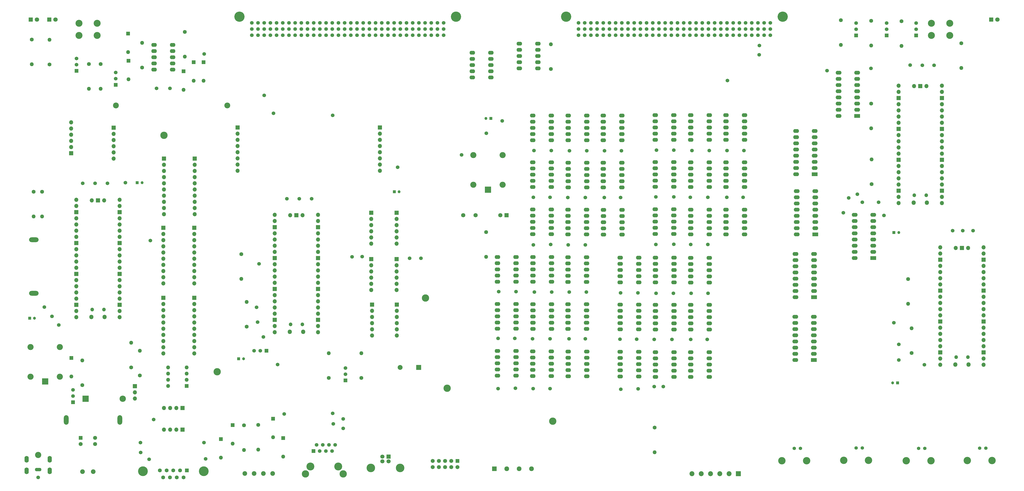
<source format=gbs>
%TF.GenerationSoftware,KiCad,Pcbnew,7.0.5*%
%TF.CreationDate,2024-12-02T15:45:01-05:00*%
%TF.ProjectId,Interconnect,496e7465-7263-46f6-9e6e-6563742e6b69,1.1*%
%TF.SameCoordinates,Original*%
%TF.FileFunction,Soldermask,Bot*%
%TF.FilePolarity,Negative*%
%FSLAX46Y46*%
G04 Gerber Fmt 4.6, Leading zero omitted, Abs format (unit mm)*
G04 Created by KiCad (PCBNEW 7.0.5) date 2024-12-02 15:45:01*
%MOMM*%
%LPD*%
G01*
G04 APERTURE LIST*
%ADD10R,1.500000X1.500000*%
%ADD11C,1.500000*%
%ADD12R,1.650000X1.650000*%
%ADD13C,1.650000*%
%ADD14C,2.400000*%
%ADD15O,2.400000X2.400000*%
%ADD16R,2.400000X1.600000*%
%ADD17O,2.400000X1.600000*%
%ADD18C,1.600000*%
%ADD19O,1.600000X1.600000*%
%ADD20O,2.300000X1.600000*%
%ADD21R,1.700000X1.700000*%
%ADD22O,1.700000X1.700000*%
%ADD23R,2.025000X2.025000*%
%ADD24C,2.025000*%
%ADD25R,1.600000X1.600000*%
%ADD26C,3.000000*%
%ADD27R,1.200000X1.200000*%
%ADD28C,1.200000*%
%ADD29C,4.200000*%
%ADD30C,3.250000*%
%ADD31R,2.500000X2.500000*%
%ADD32O,2.500000X2.500000*%
%ADD33C,4.000000*%
%ADD34O,1.800000X1.800000*%
%ADD35O,1.500000X1.500000*%
%ADD36C,1.905000*%
%ADD37C,1.700000*%
%ADD38C,3.500000*%
%ADD39O,3.900000X1.950000*%
%ADD40C,1.398000*%
%ADD41C,3.015000*%
%ADD42R,1.800000X1.800000*%
%ADD43C,1.800000*%
%ADD44R,2.600000X2.600000*%
%ADD45O,2.600000X2.600000*%
%ADD46C,1.900000*%
%ADD47C,2.850000*%
%ADD48C,2.550000*%
%ADD49O,2.700002X1.400000*%
%ADD50O,1.750000X2.750000*%
%ADD51R,1.950000X1.950000*%
%ADD52C,1.950000*%
%ADD53R,1.725000X1.725000*%
%ADD54C,1.725000*%
%ADD55O,1.950000X3.900000*%
%ADD56R,2.000000X2.000000*%
%ADD57C,2.000000*%
G04 APERTURE END LIST*
D10*
%TO.C,Q1*%
X35407600Y-47828200D03*
D11*
X35407600Y-45288200D03*
X35407600Y-42748200D03*
%TD*%
D10*
%TO.C,Q24*%
X368025000Y-33274000D03*
D11*
X368025000Y-30734000D03*
X368025000Y-28194000D03*
%TD*%
D10*
%TO.C,Q22*%
X380085600Y-33274000D03*
D11*
X380085600Y-30734000D03*
X380085600Y-28194000D03*
%TD*%
D10*
%TO.C,Q19*%
X355473000Y-33274000D03*
D11*
X355473000Y-30734000D03*
X355473000Y-28194000D03*
%TD*%
D10*
%TO.C,Q5*%
X34010600Y-184099200D03*
D11*
X34010600Y-181559200D03*
X34010600Y-179019200D03*
%TD*%
D10*
%TO.C,Q3*%
X51562000Y-53594000D03*
D11*
X51562000Y-51054000D03*
X51562000Y-48514000D03*
%TD*%
D10*
%TO.C,U5*%
X113411000Y-162943135D03*
D11*
X110871000Y-162943135D03*
X108331000Y-162943135D03*
%TD*%
D10*
%TO.C,Q2*%
X145872200Y-175133000D03*
D11*
X145872200Y-172593000D03*
X145872200Y-170053000D03*
%TD*%
D12*
%TO.C,J26*%
X191830000Y-208197500D03*
D13*
X191830000Y-210737500D03*
X189290000Y-208197500D03*
X189290000Y-210737500D03*
X186750000Y-208197500D03*
X186750000Y-210737500D03*
X184210000Y-208197500D03*
X184210000Y-210737500D03*
X181670000Y-208197500D03*
X181670000Y-210737500D03*
%TD*%
D11*
%TO.C,TP41*%
X383519200Y-168656000D03*
%TD*%
D14*
%TO.C,R29*%
X51580000Y-62120000D03*
D15*
X97300000Y-62120000D03*
%TD*%
D11*
%TO.C,TP28*%
X109743744Y-151161879D03*
%TD*%
D16*
%TO.C,U14*%
X355869000Y-66408135D03*
D17*
X355869000Y-63868135D03*
X355869000Y-61328135D03*
X355869000Y-58788135D03*
X355869000Y-56248135D03*
X355869000Y-53708135D03*
X355869000Y-51168135D03*
X355869000Y-48628135D03*
X348249000Y-48628135D03*
X348249000Y-51168135D03*
X348249000Y-53708135D03*
X348249000Y-56248135D03*
X348249000Y-58788135D03*
X348249000Y-61328135D03*
X348249000Y-63868135D03*
X348249000Y-66408135D03*
%TD*%
D18*
%TO.C,R35*%
X374142000Y-27434135D03*
D19*
X374142000Y-37594135D03*
%TD*%
D20*
%TO.C,K25*%
X230378000Y-95644895D03*
X230378000Y-93104895D03*
X230378000Y-90564895D03*
X230378000Y-88024895D03*
X230378000Y-85484895D03*
X222758000Y-85484895D03*
X222758000Y-88024895D03*
X222758000Y-90564895D03*
X222758000Y-93104895D03*
X222758000Y-95644895D03*
%TD*%
%TO.C,K38*%
X280693300Y-173649895D03*
X280693300Y-171109895D03*
X280693300Y-168569895D03*
X280693300Y-166029895D03*
X280693300Y-163489895D03*
X273073300Y-163489895D03*
X273073300Y-166029895D03*
X273073300Y-168569895D03*
X273073300Y-171109895D03*
X273073300Y-173649895D03*
%TD*%
D21*
%TO.C,J31*%
X50673000Y-71249135D03*
D22*
X50673000Y-73789135D03*
X50673000Y-76329135D03*
X50673000Y-78869135D03*
X50673000Y-81409135D03*
X50673000Y-83949135D03*
%TD*%
D21*
%TO.C,J32*%
X101600000Y-71120000D03*
D22*
X101600000Y-73660000D03*
X101600000Y-76200000D03*
X101600000Y-78740000D03*
X101600000Y-81280000D03*
X101600000Y-83820000D03*
X101600000Y-86360000D03*
X101600000Y-88900000D03*
%TD*%
D20*
%TO.C,K29*%
X244856000Y-115129615D03*
X244856000Y-112589615D03*
X244856000Y-110049615D03*
X244856000Y-107509615D03*
X244856000Y-104969615D03*
X237236000Y-104969615D03*
X237236000Y-107509615D03*
X237236000Y-110049615D03*
X237236000Y-112589615D03*
X237236000Y-115129615D03*
%TD*%
D11*
%TO.C,TP119*%
X272618200Y-158294935D03*
%TD*%
D18*
%TO.C,R1*%
X378236000Y-163830000D03*
D19*
X378236000Y-153670000D03*
%TD*%
D11*
%TO.C,TP72*%
X73800000Y-55100000D03*
%TD*%
D23*
%TO.C,J20*%
X307100000Y-213480000D03*
D24*
X303290000Y-213480000D03*
X299480000Y-213480000D03*
X295670000Y-213480000D03*
X291860000Y-213480000D03*
X288050000Y-213480000D03*
%TD*%
D18*
%TO.C,R15*%
X230150000Y-47080000D03*
D19*
X230150000Y-36920000D03*
%TD*%
D11*
%TO.C,TP116*%
X265379200Y-158162455D03*
%TD*%
D18*
%TO.C,R2*%
X40550000Y-45090000D03*
D19*
X40550000Y-55250000D03*
%TD*%
D11*
%TO.C,TP2*%
X208508600Y-157883055D03*
%TD*%
D25*
%TO.C,D23*%
X79375000Y-48006000D03*
D19*
X79375000Y-55626000D03*
%TD*%
D11*
%TO.C,TP39*%
X126873000Y-100459135D03*
%TD*%
%TO.C,TP106*%
X252095000Y-99976535D03*
%TD*%
%TO.C,TP62*%
X295198800Y-80601415D03*
%TD*%
D18*
%TO.C,R16*%
X361630000Y-61320000D03*
D19*
X361630000Y-71480000D03*
%TD*%
D11*
%TO.C,TP49*%
X395097000Y-113538000D03*
%TD*%
D26*
%TO.C,TP86*%
X187553600Y-178333400D03*
%TD*%
D11*
%TO.C,TP29*%
X25349200Y-148793200D03*
%TD*%
D18*
%TO.C,R8*%
X57860000Y-169750000D03*
D19*
X57860000Y-159590000D03*
%TD*%
D11*
%TO.C,TP10*%
X222885000Y-178511895D03*
%TD*%
D20*
%TO.C,K14*%
X295156300Y-95638615D03*
X295156300Y-93098615D03*
X295156300Y-90558615D03*
X295156300Y-88018615D03*
X295156300Y-85478615D03*
X287536300Y-85478615D03*
X287536300Y-88018615D03*
X287536300Y-90558615D03*
X287536300Y-93098615D03*
X287536300Y-95638615D03*
%TD*%
D11*
%TO.C,TP75*%
X193548000Y-82425135D03*
%TD*%
D27*
%TO.C,C19*%
X102020401Y-166245135D03*
D28*
X104020401Y-166245135D03*
%TD*%
D11*
%TO.C,TP57*%
X273227800Y-119249655D03*
%TD*%
D18*
%TO.C,R28*%
X79880000Y-31830000D03*
D19*
X79880000Y-41990000D03*
%TD*%
D11*
%TO.C,TP102*%
X244906800Y-80740175D03*
%TD*%
%TO.C,TP34*%
X110333000Y-127189135D03*
%TD*%
%TO.C,TP50*%
X377672600Y-45491400D03*
%TD*%
D25*
%TO.C,D33*%
X120250000Y-198800000D03*
D19*
X120250000Y-206420000D03*
%TD*%
D11*
%TO.C,TP32*%
X117980000Y-168620000D03*
%TD*%
%TO.C,J2*%
X241477800Y-28145335D03*
X244017800Y-28145335D03*
X246557800Y-28145335D03*
X249097800Y-28145335D03*
X251637800Y-28145335D03*
X254177800Y-28145335D03*
X256717800Y-28145335D03*
X259257800Y-28145335D03*
X261797800Y-28145335D03*
X264337800Y-28145335D03*
X266877800Y-28145335D03*
X269417800Y-28145335D03*
X271957800Y-28145335D03*
X274497800Y-28145335D03*
X277037800Y-28145335D03*
X279577800Y-28145335D03*
X282117800Y-28145335D03*
X284657800Y-28145335D03*
X287197800Y-28145335D03*
X289737800Y-28145335D03*
X292277800Y-28145335D03*
X294817800Y-28145335D03*
X297357800Y-28145335D03*
X299897800Y-28145335D03*
X302437800Y-28145335D03*
X304977800Y-28145335D03*
X307517800Y-28145335D03*
X310057800Y-28145335D03*
X312597800Y-28145335D03*
X315137800Y-28145335D03*
X317677800Y-28145335D03*
X320217800Y-28145335D03*
X241477800Y-30685335D03*
X244017800Y-30685335D03*
X246557800Y-30685335D03*
X249097800Y-30685335D03*
X251637800Y-30685335D03*
X254177800Y-30685335D03*
X256717800Y-30685335D03*
X259257800Y-30685335D03*
X261797800Y-30685335D03*
X264337800Y-30685335D03*
X266877800Y-30685335D03*
X269417800Y-30685335D03*
X271957800Y-30685335D03*
X274497800Y-30685335D03*
X277037800Y-30685335D03*
X279577800Y-30685335D03*
X282117800Y-30685335D03*
X284657800Y-30685335D03*
X287197800Y-30685335D03*
X289737800Y-30685335D03*
X292277800Y-30685335D03*
X294817800Y-30685335D03*
X297357800Y-30685335D03*
X299897800Y-30685335D03*
X302437800Y-30685335D03*
X304977800Y-30685335D03*
X307517800Y-30685335D03*
X310057800Y-30685335D03*
X312597800Y-30685335D03*
X315137800Y-30685335D03*
X317677800Y-30685335D03*
X320217800Y-30685335D03*
X241477800Y-33225335D03*
X244017800Y-33225335D03*
X246557800Y-33225335D03*
X249097800Y-33225335D03*
X251637800Y-33225335D03*
X254177800Y-33225335D03*
X256717800Y-33225335D03*
X259257800Y-33225335D03*
X261797800Y-33225335D03*
X264337800Y-33225335D03*
X266877800Y-33225335D03*
X269417800Y-33225335D03*
X271957800Y-33225335D03*
X274497800Y-33225335D03*
X277037800Y-33225335D03*
X279577800Y-33225335D03*
X282117800Y-33225335D03*
X284657800Y-33225335D03*
X287197800Y-33225335D03*
X289737800Y-33225335D03*
X292277800Y-33225335D03*
X294817800Y-33225335D03*
X297357800Y-33225335D03*
X299897800Y-33225335D03*
X302437800Y-33225335D03*
X304977800Y-33225335D03*
X307517800Y-33225335D03*
X310057800Y-33225335D03*
X312597800Y-33225335D03*
X315137800Y-33225335D03*
X317677800Y-33225335D03*
X320217800Y-33225335D03*
D29*
X236397800Y-25605335D03*
X325297800Y-25605335D03*
%TD*%
D20*
%TO.C,K9*%
X244871000Y-173451415D03*
X244871000Y-170911415D03*
X244871000Y-168371415D03*
X244871000Y-165831415D03*
X244871000Y-163291415D03*
X237251000Y-163291415D03*
X237251000Y-165831415D03*
X237251000Y-168371415D03*
X237251000Y-170911415D03*
X237251000Y-173451415D03*
%TD*%
D21*
%TO.C,J12*%
X166898278Y-143927880D03*
D22*
X166898278Y-146467880D03*
X166898278Y-149007880D03*
X166898278Y-151547880D03*
X166898278Y-154087880D03*
X166898278Y-156627880D03*
%TD*%
D11*
%TO.C,TP84*%
X88413482Y-207338000D03*
%TD*%
%TO.C,TP40*%
X131953000Y-100459135D03*
%TD*%
%TO.C,TP9*%
X222605600Y-158015535D03*
%TD*%
D25*
%TO.C,D32*%
X116126000Y-190870000D03*
D19*
X116126000Y-198490000D03*
%TD*%
D20*
%TO.C,K32*%
X259350600Y-115195615D03*
X259350600Y-112655615D03*
X259350600Y-110115615D03*
X259350600Y-107575615D03*
X259350600Y-105035615D03*
X251730600Y-105035615D03*
X251730600Y-107575615D03*
X251730600Y-110115615D03*
X251730600Y-112655615D03*
X251730600Y-115195615D03*
%TD*%
D26*
%TO.C,TP88*%
X71323200Y-74396600D03*
%TD*%
D18*
%TO.C,R6*%
X17100000Y-35010000D03*
D19*
X17100000Y-45170000D03*
%TD*%
D18*
%TO.C,R14*%
X376830000Y-133450000D03*
D19*
X376830000Y-143610000D03*
%TD*%
D30*
%TO.C,J24*%
X131445000Y-210491000D03*
X142875000Y-210491000D03*
D10*
X132715000Y-204141000D03*
D11*
X133985000Y-201601000D03*
X135255000Y-204141000D03*
X136525000Y-201601000D03*
X137795000Y-204141000D03*
X139065000Y-201601000D03*
X140335000Y-204141000D03*
X141605000Y-201601000D03*
D26*
X129390000Y-213541000D03*
X144930000Y-213541000D03*
%TD*%
D27*
%TO.C,C18*%
X60349000Y-93855135D03*
D28*
X62349000Y-93855135D03*
%TD*%
D11*
%TO.C,TP19*%
X148550000Y-124350000D03*
%TD*%
D27*
%TO.C,C20*%
X165867401Y-97560000D03*
D28*
X167867401Y-97560000D03*
%TD*%
D11*
%TO.C,TP93*%
X237794800Y-80740175D03*
%TD*%
%TO.C,TP127*%
X315722000Y-41277135D03*
%TD*%
D31*
%TO.C,K21*%
X204373000Y-96679135D03*
D32*
X210373000Y-94679135D03*
X210373000Y-82479135D03*
X198373000Y-82479135D03*
X198373000Y-94679135D03*
%TD*%
D20*
%TO.C,K40*%
X295179600Y-154231655D03*
X295179600Y-151691655D03*
X295179600Y-149151655D03*
X295179600Y-146611655D03*
X295179600Y-144071655D03*
X287559600Y-144071655D03*
X287559600Y-146611655D03*
X287559600Y-149151655D03*
X287559600Y-151691655D03*
X287559600Y-154231655D03*
%TD*%
D25*
%TO.C,D31*%
X94663000Y-199252000D03*
D19*
X94663000Y-206872000D03*
%TD*%
D11*
%TO.C,TP130*%
X366903000Y-107317135D03*
%TD*%
D20*
%TO.C,K36*%
X280693300Y-134813415D03*
X280693300Y-132273415D03*
X280693300Y-129733415D03*
X280693300Y-127193415D03*
X280693300Y-124653415D03*
X273073300Y-124653415D03*
X273073300Y-127193415D03*
X273073300Y-129733415D03*
X273073300Y-132273415D03*
X273073300Y-134813415D03*
%TD*%
D25*
%TO.C,D1*%
X33350200Y-165912800D03*
D19*
X33350200Y-173532800D03*
%TD*%
D11*
%TO.C,TP30*%
X109347000Y-145036135D03*
%TD*%
%TO.C,J1*%
X107442000Y-28145335D03*
X109982000Y-28145335D03*
X112522000Y-28145335D03*
X115062000Y-28145335D03*
X117602000Y-28145335D03*
X120142000Y-28145335D03*
X122682000Y-28145335D03*
X125222000Y-28145335D03*
X127762000Y-28145335D03*
X130302000Y-28145335D03*
X132842000Y-28145335D03*
X135382000Y-28145335D03*
X137922000Y-28145335D03*
X140462000Y-28145335D03*
X143002000Y-28145335D03*
X145542000Y-28145335D03*
X148082000Y-28145335D03*
X150622000Y-28145335D03*
X153162000Y-28145335D03*
X155702000Y-28145335D03*
X158242000Y-28145335D03*
X160782000Y-28145335D03*
X163322000Y-28145335D03*
X165862000Y-28145335D03*
X168402000Y-28145335D03*
X170942000Y-28145335D03*
X173482000Y-28145335D03*
X176022000Y-28145335D03*
X178562000Y-28145335D03*
X181102000Y-28145335D03*
X183642000Y-28145335D03*
X186182000Y-28145335D03*
X107442000Y-30685335D03*
X109982000Y-30685335D03*
X112522000Y-30685335D03*
X115062000Y-30685335D03*
X117602000Y-30685335D03*
X120142000Y-30685335D03*
X122682000Y-30685335D03*
X125222000Y-30685335D03*
X127762000Y-30685335D03*
X130302000Y-30685335D03*
X132842000Y-30685335D03*
X135382000Y-30685335D03*
X137922000Y-30685335D03*
X140462000Y-30685335D03*
X143002000Y-30685335D03*
X145542000Y-30685335D03*
X148082000Y-30685335D03*
X150622000Y-30685335D03*
X153162000Y-30685335D03*
X155702000Y-30685335D03*
X158242000Y-30685335D03*
X160782000Y-30685335D03*
X163322000Y-30685335D03*
X165862000Y-30685335D03*
X168402000Y-30685335D03*
X170942000Y-30685335D03*
X173482000Y-30685335D03*
X176022000Y-30685335D03*
X178562000Y-30685335D03*
X181102000Y-30685335D03*
X183642000Y-30685335D03*
X186182000Y-30685335D03*
X107442000Y-33225335D03*
X109982000Y-33225335D03*
X112522000Y-33225335D03*
X115062000Y-33225335D03*
X117602000Y-33225335D03*
X120142000Y-33225335D03*
X122682000Y-33225335D03*
X125222000Y-33225335D03*
X127762000Y-33225335D03*
X130302000Y-33225335D03*
X132842000Y-33225335D03*
X135382000Y-33225335D03*
X137922000Y-33225335D03*
X140462000Y-33225335D03*
X143002000Y-33225335D03*
X145542000Y-33225335D03*
X148082000Y-33225335D03*
X150622000Y-33225335D03*
X153162000Y-33225335D03*
X155702000Y-33225335D03*
X158242000Y-33225335D03*
X160782000Y-33225335D03*
X163322000Y-33225335D03*
X165862000Y-33225335D03*
X168402000Y-33225335D03*
X170942000Y-33225335D03*
X173482000Y-33225335D03*
X176022000Y-33225335D03*
X178562000Y-33225335D03*
X181102000Y-33225335D03*
X183642000Y-33225335D03*
X186182000Y-33225335D03*
D29*
X102362000Y-25605335D03*
X191262000Y-25605335D03*
%TD*%
D11*
%TO.C,TP76*%
X152700000Y-124200000D03*
%TD*%
D25*
%TO.C,D19*%
X56769000Y-43690135D03*
D19*
X56769000Y-51310135D03*
%TD*%
D11*
%TO.C,TP25*%
X176850000Y-124950000D03*
%TD*%
%TO.C,TP27*%
X28117800Y-152323800D03*
%TD*%
D21*
%TO.C,J14*%
X166865778Y-125258880D03*
D22*
X166865778Y-127798880D03*
X166865778Y-130338880D03*
X166865778Y-132878880D03*
X166865778Y-135418880D03*
X166865778Y-137958880D03*
%TD*%
D11*
%TO.C,TP91*%
X222935800Y-119388415D03*
%TD*%
%TO.C,TP43*%
X372999000Y-166751000D03*
%TD*%
D21*
%TO.C,J6*%
X83739000Y-141182635D03*
D22*
X83739000Y-143722635D03*
X83739000Y-146262635D03*
X83739000Y-148802635D03*
X83739000Y-151342635D03*
X83739000Y-153882635D03*
X83739000Y-156422635D03*
X83739000Y-158962635D03*
X83739000Y-161502635D03*
X83739000Y-164042635D03*
%TD*%
D20*
%TO.C,K4*%
X230386300Y-134564415D03*
X230386300Y-132024415D03*
X230386300Y-129484415D03*
X230386300Y-126944415D03*
X230386300Y-124404415D03*
X222766300Y-124404415D03*
X222766300Y-126944415D03*
X222766300Y-129484415D03*
X222766300Y-132024415D03*
X222766300Y-134564415D03*
%TD*%
D33*
%TO.C,J28*%
X62681000Y-212427669D03*
X87681000Y-212427669D03*
D25*
X80721000Y-212127669D03*
D18*
X77951000Y-212127669D03*
X75181000Y-212127669D03*
X72411000Y-212127669D03*
X69641000Y-212127669D03*
X79336000Y-214967669D03*
X76566000Y-214967669D03*
X73796000Y-214967669D03*
X71026000Y-214967669D03*
%TD*%
D11*
%TO.C,TP118*%
X280492200Y-139270335D03*
%TD*%
%TO.C,TP58*%
X288086800Y-80601415D03*
%TD*%
D18*
%TO.C,R4*%
X272733000Y-194549135D03*
D19*
X272733000Y-204709135D03*
%TD*%
D18*
%TO.C,R10*%
X105283000Y-153037135D03*
D19*
X105283000Y-142877135D03*
%TD*%
D21*
%TO.C,J34*%
X78943000Y-186445000D03*
D22*
X76403000Y-186445000D03*
X73863000Y-186445000D03*
X71323000Y-186445000D03*
%TD*%
D18*
%TO.C,R18*%
X398627600Y-36525200D03*
D19*
X398627600Y-46685200D03*
%TD*%
D20*
%TO.C,K6*%
X230378000Y-173334895D03*
X230378000Y-170794895D03*
X230378000Y-168254895D03*
X230378000Y-165714895D03*
X230378000Y-163174895D03*
X222758000Y-163174895D03*
X222758000Y-165714895D03*
X222758000Y-168254895D03*
X222758000Y-170794895D03*
X222758000Y-173334895D03*
%TD*%
D11*
%TO.C,TP128*%
X361569000Y-46863000D03*
%TD*%
D20*
%TO.C,K7*%
X244856000Y-134622135D03*
X244856000Y-132082135D03*
X244856000Y-129542135D03*
X244856000Y-127002135D03*
X244856000Y-124462135D03*
X237236000Y-124462135D03*
X237236000Y-127002135D03*
X237236000Y-129542135D03*
X237236000Y-132082135D03*
X237236000Y-134622135D03*
%TD*%
D11*
%TO.C,TP94*%
X87744000Y-200690000D03*
%TD*%
D20*
%TO.C,K20*%
X224854500Y-46860135D03*
X224854500Y-44320135D03*
X224854500Y-41780135D03*
X224854500Y-39240135D03*
X224854500Y-36700135D03*
X217234500Y-36700135D03*
X217234500Y-39240135D03*
X217234500Y-41780135D03*
X217234500Y-44320135D03*
X217234500Y-46860135D03*
%TD*%
D34*
%TO.C,U2*%
X46992200Y-149011135D03*
D35*
X46692200Y-145981135D03*
X41842200Y-145981135D03*
D34*
X41542200Y-149011135D03*
D22*
X53157200Y-149141135D03*
X53157200Y-146601135D03*
D21*
X53157200Y-144061135D03*
D22*
X53157200Y-141521135D03*
X53157200Y-138981135D03*
X53157200Y-136441135D03*
X53157200Y-133901135D03*
D21*
X53157200Y-131361135D03*
D22*
X53157200Y-128821135D03*
X53157200Y-126281135D03*
X53157200Y-123741135D03*
X53157200Y-121201135D03*
D21*
X53157200Y-118661135D03*
D22*
X53157200Y-116121135D03*
X53157200Y-113581135D03*
X53157200Y-111041135D03*
X53157200Y-108501135D03*
D21*
X53157200Y-105961135D03*
D22*
X53157200Y-103421135D03*
X53157200Y-100881135D03*
X35377200Y-100881135D03*
X35377200Y-103421135D03*
D21*
X35377200Y-105961135D03*
D22*
X35377200Y-108501135D03*
X35377200Y-111041135D03*
X35377200Y-113581135D03*
X35377200Y-116121135D03*
D21*
X35377200Y-118661135D03*
D22*
X35377200Y-121201135D03*
X35377200Y-123741135D03*
X35377200Y-126281135D03*
X35377200Y-128821135D03*
D21*
X35377200Y-131361135D03*
D22*
X35377200Y-133901135D03*
X35377200Y-136441135D03*
X35377200Y-138981135D03*
X35377200Y-141521135D03*
D21*
X35377200Y-144061135D03*
D22*
X35377200Y-146601135D03*
X35377200Y-149141135D03*
X46807200Y-101111135D03*
D21*
X44267200Y-101111135D03*
D22*
X41727200Y-101111135D03*
%TD*%
D18*
%TO.C,R31*%
X349250000Y-27053135D03*
D19*
X349250000Y-37213135D03*
%TD*%
D11*
%TO.C,TP13*%
X229844600Y-158015535D03*
%TD*%
D20*
%TO.C,K28*%
X244864300Y-95777375D03*
X244864300Y-93237375D03*
X244864300Y-90697375D03*
X244864300Y-88157375D03*
X244864300Y-85617375D03*
X237244300Y-85617375D03*
X237244300Y-88157375D03*
X237244300Y-90697375D03*
X237244300Y-93237375D03*
X237244300Y-95777375D03*
%TD*%
%TO.C,K2*%
X215900000Y-153850175D03*
X215900000Y-151310175D03*
X215900000Y-148770175D03*
X215900000Y-146230175D03*
X215900000Y-143690175D03*
X208280000Y-143690175D03*
X208280000Y-146230175D03*
X208280000Y-148770175D03*
X208280000Y-151310175D03*
X208280000Y-153850175D03*
%TD*%
D25*
%TO.C,D20*%
X56610000Y-32530000D03*
D19*
X56610000Y-40150000D03*
%TD*%
D11*
%TO.C,TP3*%
X208534000Y-178506415D03*
%TD*%
%TO.C,TP131*%
X350266000Y-106174135D03*
%TD*%
D21*
%TO.C,J15*%
X156446022Y-106237135D03*
D22*
X156446022Y-108777135D03*
X156446022Y-111317135D03*
X156446022Y-113857135D03*
X156446022Y-116397135D03*
X156446022Y-118937135D03*
%TD*%
D11*
%TO.C,TP99*%
X230047800Y-119261415D03*
%TD*%
D18*
%TO.C,R7*%
X37840000Y-177060000D03*
D19*
X37840000Y-166900000D03*
%TD*%
D11*
%TO.C,TP48*%
X352425000Y-100078135D03*
%TD*%
%TO.C,TP15*%
X244703600Y-138787735D03*
%TD*%
%TO.C,TP80*%
X144926480Y-190946980D03*
%TD*%
%TO.C,TP98*%
X61729000Y-204761669D03*
%TD*%
D20*
%TO.C,K16*%
X309642600Y-76220375D03*
X309642600Y-73680375D03*
X309642600Y-71140375D03*
X309642600Y-68600375D03*
X309642600Y-66060375D03*
X302022600Y-66060375D03*
X302022600Y-68600375D03*
X302022600Y-71140375D03*
X302022600Y-73680375D03*
X302022600Y-76220375D03*
%TD*%
D11*
%TO.C,TP60*%
X280670000Y-99705295D03*
%TD*%
D20*
%TO.C,K5*%
X230386300Y-153982655D03*
X230386300Y-151442655D03*
X230386300Y-148902655D03*
X230386300Y-146362655D03*
X230386300Y-143822655D03*
X222766300Y-143822655D03*
X222766300Y-146362655D03*
X222766300Y-148902655D03*
X222766300Y-151442655D03*
X222766300Y-153982655D03*
%TD*%
D18*
%TO.C,R5*%
X45364400Y-45110400D03*
D19*
X45364400Y-55270400D03*
%TD*%
D18*
%TO.C,R3*%
X138990000Y-174080000D03*
D19*
X138990000Y-163920000D03*
%TD*%
D20*
%TO.C,K12*%
X280670000Y-114924375D03*
X280670000Y-112384375D03*
X280670000Y-109844375D03*
X280670000Y-107304375D03*
X280670000Y-104764375D03*
X273050000Y-104764375D03*
X273050000Y-107304375D03*
X273050000Y-109844375D03*
X273050000Y-112384375D03*
X273050000Y-114924375D03*
%TD*%
%TO.C,K22*%
X205550500Y-50543135D03*
X205550500Y-48003135D03*
X205550500Y-45463135D03*
X205550500Y-42923135D03*
X205550500Y-40383135D03*
X197930500Y-40383135D03*
X197930500Y-42923135D03*
X197930500Y-45463135D03*
X197930500Y-48003135D03*
X197930500Y-50543135D03*
%TD*%
D11*
%TO.C,TP37*%
X121793000Y-100459135D03*
%TD*%
%TO.C,TP104*%
X237286800Y-119393895D03*
%TD*%
D27*
%TO.C,C17*%
X205500000Y-67450000D03*
D28*
X203500000Y-67450000D03*
%TD*%
D11*
%TO.C,TP5*%
X215874600Y-138655255D03*
%TD*%
%TO.C,TP65*%
X302437800Y-80596335D03*
%TD*%
D20*
%TO.C,K3*%
X215900000Y-173177895D03*
X215900000Y-170637895D03*
X215900000Y-168097895D03*
X215900000Y-165557895D03*
X215900000Y-163017895D03*
X208280000Y-163017895D03*
X208280000Y-165557895D03*
X208280000Y-168097895D03*
X208280000Y-170637895D03*
X208280000Y-173177895D03*
%TD*%
D11*
%TO.C,TP18*%
X140589000Y-66169135D03*
%TD*%
%TO.C,TP92*%
X61650000Y-200700000D03*
%TD*%
%TO.C,TP100*%
X167280000Y-87470000D03*
%TD*%
%TO.C,TP123*%
X279857200Y-158294935D03*
%TD*%
D16*
%TO.C,U15*%
X362473000Y-124828135D03*
D17*
X362473000Y-122288135D03*
X362473000Y-119748135D03*
X362473000Y-117208135D03*
X362473000Y-114668135D03*
X362473000Y-112128135D03*
X362473000Y-109588135D03*
X362473000Y-107048135D03*
X354853000Y-107048135D03*
X354853000Y-109588135D03*
X354853000Y-112128135D03*
X354853000Y-114668135D03*
X354853000Y-117208135D03*
X354853000Y-119748135D03*
X354853000Y-122288135D03*
X354853000Y-124828135D03*
%TD*%
D11*
%TO.C,TP129*%
X343535000Y-47754135D03*
%TD*%
%TO.C,TP83*%
X87884000Y-40894000D03*
%TD*%
D21*
%TO.C,J9*%
X71374000Y-83949135D03*
D22*
X71374000Y-86489135D03*
X71374000Y-89029135D03*
X71374000Y-91569135D03*
X71374000Y-94109135D03*
X71374000Y-96649135D03*
X71374000Y-99189135D03*
X71374000Y-101729135D03*
X71374000Y-104269135D03*
X71374000Y-106809135D03*
%TD*%
D36*
%TO.C,J23*%
X104487000Y-213433000D03*
X108297000Y-213433000D03*
X112107000Y-213433000D03*
X115917000Y-213433000D03*
%TD*%
D20*
%TO.C,K19*%
X74867500Y-47368135D03*
X74867500Y-44828135D03*
X74867500Y-42288135D03*
X74867500Y-39748135D03*
X74867500Y-37208135D03*
X67247500Y-37208135D03*
X67247500Y-39748135D03*
X67247500Y-42288135D03*
X67247500Y-44828135D03*
X67247500Y-47368135D03*
%TD*%
D11*
%TO.C,TP96*%
X229870000Y-99844055D03*
%TD*%
D18*
%TO.C,R11*%
X103050000Y-123192135D03*
D19*
X103050000Y-133352135D03*
%TD*%
D20*
%TO.C,K1*%
X215900000Y-134564415D03*
X215900000Y-132024415D03*
X215900000Y-129484415D03*
X215900000Y-126944415D03*
X215900000Y-124404415D03*
X208280000Y-124404415D03*
X208280000Y-126944415D03*
X208280000Y-129484415D03*
X208280000Y-132024415D03*
X208280000Y-134564415D03*
%TD*%
D18*
%TO.C,R69*%
X24384000Y-45214135D03*
D19*
X24384000Y-35054135D03*
%TD*%
D11*
%TO.C,TP26*%
X112141000Y-157228135D03*
%TD*%
D20*
%TO.C,K39*%
X295163000Y-134871135D03*
X295163000Y-132331135D03*
X295163000Y-129791135D03*
X295163000Y-127251135D03*
X295163000Y-124711135D03*
X287543000Y-124711135D03*
X287543000Y-127251135D03*
X287543000Y-129791135D03*
X287543000Y-132331135D03*
X287543000Y-134871135D03*
%TD*%
D21*
%TO.C,J33*%
X160020000Y-71120000D03*
D22*
X160020000Y-73660000D03*
X160020000Y-76200000D03*
X160020000Y-78740000D03*
X160020000Y-81280000D03*
X160020000Y-83820000D03*
X160020000Y-86360000D03*
X160020000Y-88900000D03*
%TD*%
D11*
%TO.C,TP78*%
X144926480Y-194883980D03*
%TD*%
D21*
%TO.C,J25*%
X163530000Y-206432500D03*
D37*
X161030000Y-206432500D03*
X161030000Y-208432500D03*
X163530000Y-208432500D03*
D38*
X168300000Y-211142500D03*
X156260000Y-211142500D03*
%TD*%
D11*
%TO.C,TP66*%
X302387000Y-99837775D03*
%TD*%
D20*
%TO.C,K37*%
X280693300Y-154231655D03*
X280693300Y-151691655D03*
X280693300Y-149151655D03*
X280693300Y-146611655D03*
X280693300Y-144071655D03*
X273073300Y-144071655D03*
X273073300Y-146611655D03*
X273073300Y-149151655D03*
X273073300Y-151691655D03*
X273073300Y-154231655D03*
%TD*%
D39*
%TO.C,F2*%
X17881600Y-139322600D03*
X17881600Y-117322600D03*
%TD*%
D20*
%TO.C,K35*%
X266207000Y-173479135D03*
X266207000Y-170939135D03*
X266207000Y-168399135D03*
X266207000Y-165859135D03*
X266207000Y-163319135D03*
X258587000Y-163319135D03*
X258587000Y-165859135D03*
X258587000Y-168399135D03*
X258587000Y-170939135D03*
X258587000Y-173479135D03*
%TD*%
D11*
%TO.C,TP122*%
X287604200Y-158294935D03*
%TD*%
D20*
%TO.C,K30*%
X259334000Y-76416855D03*
X259334000Y-73876855D03*
X259334000Y-71336855D03*
X259334000Y-68796855D03*
X259334000Y-66256855D03*
X251714000Y-66256855D03*
X251714000Y-68796855D03*
X251714000Y-71336855D03*
X251714000Y-73876855D03*
X251714000Y-76416855D03*
%TD*%
%TO.C,K24*%
X230378000Y-76359135D03*
X230378000Y-73819135D03*
X230378000Y-71279135D03*
X230378000Y-68739135D03*
X230378000Y-66199135D03*
X222758000Y-66199135D03*
X222758000Y-68739135D03*
X222758000Y-71279135D03*
X222758000Y-73819135D03*
X222758000Y-76359135D03*
%TD*%
D11*
%TO.C,TP89*%
X223189800Y-80607695D03*
%TD*%
%TO.C,TP6*%
X215366600Y-157883055D03*
%TD*%
D40*
%TO.C,J19*%
X381130000Y-203030000D03*
X383670000Y-203030000D03*
D41*
X376050000Y-208110000D03*
X386210000Y-208110000D03*
%TD*%
D21*
%TO.C,J10*%
X83949000Y-83949135D03*
D22*
X83949000Y-86489135D03*
X83949000Y-89029135D03*
X83949000Y-91569135D03*
X83949000Y-94109135D03*
X83949000Y-96649135D03*
X83949000Y-99189135D03*
X83949000Y-101729135D03*
X83949000Y-104269135D03*
X83949000Y-106809135D03*
%TD*%
D20*
%TO.C,K34*%
X266207000Y-154099175D03*
X266207000Y-151559175D03*
X266207000Y-149019175D03*
X266207000Y-146479175D03*
X266207000Y-143939175D03*
X258587000Y-143939175D03*
X258587000Y-146479175D03*
X258587000Y-149019175D03*
X258587000Y-151559175D03*
X258587000Y-154099175D03*
%TD*%
D11*
%TO.C,TP46*%
X355981000Y-98552000D03*
%TD*%
D20*
%TO.C,K31*%
X259334000Y-95765615D03*
X259334000Y-93225615D03*
X259334000Y-90685615D03*
X259334000Y-88145615D03*
X259334000Y-85605615D03*
X251714000Y-85605615D03*
X251714000Y-88145615D03*
X251714000Y-90685615D03*
X251714000Y-93225615D03*
X251714000Y-95765615D03*
%TD*%
D11*
%TO.C,TP74*%
X203708000Y-73535135D03*
%TD*%
%TO.C,TP7*%
X215646000Y-178379415D03*
%TD*%
D42*
%TO.C,D37*%
X410973000Y-26799135D03*
D43*
X413513000Y-26799135D03*
%TD*%
D11*
%TO.C,TP55*%
X273481800Y-80468935D03*
%TD*%
D21*
%TO.C,J5*%
X71039000Y-141182635D03*
D22*
X71039000Y-143722635D03*
X71039000Y-146262635D03*
X71039000Y-148802635D03*
X71039000Y-151342635D03*
X71039000Y-153882635D03*
X71039000Y-156422635D03*
X71039000Y-158962635D03*
X71039000Y-161502635D03*
X71039000Y-164042635D03*
%TD*%
D11*
%TO.C,TP4*%
X223367600Y-138787735D03*
%TD*%
D20*
%TO.C,K11*%
X280670000Y-95506135D03*
X280670000Y-92966135D03*
X280670000Y-90426135D03*
X280670000Y-87886135D03*
X280670000Y-85346135D03*
X273050000Y-85346135D03*
X273050000Y-87886135D03*
X273050000Y-90426135D03*
X273050000Y-92966135D03*
X273050000Y-95506135D03*
%TD*%
D27*
%TO.C,C16*%
X16178400Y-149555200D03*
D28*
X18178400Y-149555200D03*
%TD*%
D11*
%TO.C,TP35*%
X37973000Y-94109135D03*
%TD*%
%TO.C,TP111*%
X258775200Y-139137855D03*
%TD*%
D42*
%TO.C,D35*%
X16632000Y-26799135D03*
D43*
X19172000Y-26799135D03*
%TD*%
D44*
%TO.C,D34*%
X39150000Y-182680000D03*
D45*
X54390000Y-182680000D03*
%TD*%
D11*
%TO.C,TP68*%
X294563800Y-119255135D03*
%TD*%
D40*
%TO.C,J18*%
X355470000Y-202880000D03*
X358010000Y-202880000D03*
D41*
X350390000Y-207960000D03*
X360550000Y-207960000D03*
%TD*%
D18*
%TO.C,R67*%
X110030000Y-193410000D03*
D19*
X110030000Y-203570000D03*
%TD*%
D11*
%TO.C,TP126*%
X294335200Y-158294935D03*
%TD*%
D18*
%TO.C,R9*%
X61400000Y-173120000D03*
D19*
X61400000Y-162960000D03*
%TD*%
D11*
%TO.C,TP56*%
X273304000Y-99705295D03*
%TD*%
D18*
%TO.C,R66*%
X104188000Y-193537000D03*
D19*
X104188000Y-203697000D03*
%TD*%
D11*
%TO.C,TP70*%
X309118000Y-99837775D03*
%TD*%
D42*
%TO.C,D36*%
X24252000Y-26799135D03*
D43*
X26792000Y-26799135D03*
%TD*%
D46*
%TO.C,S1*%
X42320000Y-212660000D03*
X37920000Y-212660000D03*
D12*
X37170000Y-198760000D03*
D13*
X37170000Y-201260000D03*
X43070000Y-198760000D03*
X43070000Y-201260000D03*
%TD*%
D40*
%TO.C,J21*%
X330040000Y-203020000D03*
X332580000Y-203020000D03*
D41*
X324960000Y-208100000D03*
X335120000Y-208100000D03*
%TD*%
D11*
%TO.C,TP59*%
X280593800Y-80468935D03*
%TD*%
%TO.C,TP31*%
X55499000Y-93855135D03*
%TD*%
%TO.C,TP114*%
X273380200Y-139270335D03*
%TD*%
%TO.C,TP38*%
X48133000Y-94109135D03*
%TD*%
D47*
%TO.C,J4*%
X43942000Y-28300000D03*
X36452000Y-28300000D03*
X36452000Y-33300000D03*
X43942000Y-33300000D03*
%TD*%
D11*
%TO.C,TP44*%
X358013000Y-101854000D03*
%TD*%
D27*
%TO.C,C1*%
X370967000Y-114300000D03*
D28*
X372967000Y-114300000D03*
%TD*%
D20*
%TO.C,K13*%
X295156300Y-76220375D03*
X295156300Y-73680375D03*
X295156300Y-71140375D03*
X295156300Y-68600375D03*
X295156300Y-66060375D03*
X287536300Y-66060375D03*
X287536300Y-68600375D03*
X287536300Y-71140375D03*
X287536300Y-73680375D03*
X287536300Y-76220375D03*
%TD*%
D11*
%TO.C,TP108*%
X244271800Y-119393895D03*
%TD*%
D21*
%TO.C,J7*%
X71061500Y-112406135D03*
D22*
X71061500Y-114946135D03*
X71061500Y-117486135D03*
X71061500Y-120026135D03*
X71061500Y-122566135D03*
X71061500Y-125106135D03*
X71061500Y-127646135D03*
X71061500Y-130186135D03*
X71061500Y-132726135D03*
X71061500Y-135266135D03*
%TD*%
D26*
%TO.C,TP101*%
X178663600Y-141224000D03*
%TD*%
D11*
%TO.C,J27*%
X19660000Y-215030000D03*
D48*
X19660000Y-205780000D03*
D49*
X19660000Y-211780000D03*
D50*
X14910000Y-212280000D03*
X24410000Y-212280000D03*
X14910000Y-207580000D03*
X24410000Y-207580000D03*
%TD*%
D11*
%TO.C,TP33*%
X22250400Y-145008600D03*
%TD*%
D18*
%TO.C,R27*%
X62357000Y-46484135D03*
D19*
X62357000Y-36324135D03*
%TD*%
D31*
%TO.C,K42*%
X22580600Y-175564800D03*
D32*
X28580600Y-173564800D03*
X28580600Y-161364800D03*
X16580600Y-161364800D03*
X16580600Y-173564800D03*
%TD*%
D34*
%TO.C,U4*%
X384537400Y-102053400D03*
D35*
X384237400Y-99023400D03*
X379387400Y-99023400D03*
D34*
X379087400Y-102053400D03*
D22*
X390702400Y-102183400D03*
X390702400Y-99643400D03*
D21*
X390702400Y-97103400D03*
D22*
X390702400Y-94563400D03*
X390702400Y-92023400D03*
X390702400Y-89483400D03*
X390702400Y-86943400D03*
D21*
X390702400Y-84403400D03*
D22*
X390702400Y-81863400D03*
X390702400Y-79323400D03*
X390702400Y-76783400D03*
X390702400Y-74243400D03*
D21*
X390702400Y-71703400D03*
D22*
X390702400Y-69163400D03*
X390702400Y-66623400D03*
X390702400Y-64083400D03*
X390702400Y-61543400D03*
D21*
X390702400Y-59003400D03*
D22*
X390702400Y-56463400D03*
X390702400Y-53923400D03*
X372922400Y-53923400D03*
X372922400Y-56463400D03*
D21*
X372922400Y-59003400D03*
D22*
X372922400Y-61543400D03*
X372922400Y-64083400D03*
X372922400Y-66623400D03*
X372922400Y-69163400D03*
D21*
X372922400Y-71703400D03*
D22*
X372922400Y-74243400D03*
X372922400Y-76783400D03*
X372922400Y-79323400D03*
X372922400Y-81863400D03*
D21*
X372922400Y-84403400D03*
D22*
X372922400Y-86943400D03*
X372922400Y-89483400D03*
X372922400Y-92023400D03*
X372922400Y-94563400D03*
D21*
X372922400Y-97103400D03*
D22*
X372922400Y-99643400D03*
X372922400Y-102183400D03*
X384352400Y-54153400D03*
D21*
X381812400Y-54153400D03*
D22*
X379272400Y-54153400D03*
%TD*%
D11*
%TO.C,TP103*%
X237109000Y-99976535D03*
%TD*%
%TO.C,TP17*%
X112460000Y-57930000D03*
%TD*%
%TO.C,TP110*%
X258826000Y-99976535D03*
%TD*%
%TO.C,TP85*%
X65253482Y-207528000D03*
%TD*%
%TO.C,TP77*%
X172168278Y-124940880D03*
%TD*%
%TO.C,TP54*%
X387451600Y-45618400D03*
%TD*%
%TO.C,TP1*%
X208762600Y-138655255D03*
%TD*%
D18*
%TO.C,R12*%
X21259800Y-97586800D03*
D19*
X21259800Y-107746800D03*
%TD*%
D11*
%TO.C,TP53*%
X403479000Y-113538000D03*
%TD*%
%TO.C,TP11*%
X237718600Y-138782655D03*
%TD*%
%TO.C,TP20*%
X315770000Y-37490000D03*
%TD*%
D21*
%TO.C,J13*%
X156451778Y-125258880D03*
D22*
X156451778Y-127798880D03*
X156451778Y-130338880D03*
X156451778Y-132878880D03*
X156451778Y-135418880D03*
X156451778Y-137958880D03*
%TD*%
D25*
%TO.C,U12*%
X80635000Y-177411135D03*
D19*
X80635000Y-174871135D03*
X80635000Y-172331135D03*
X80635000Y-169791135D03*
X73015000Y-169791135D03*
X73015000Y-172331135D03*
X73015000Y-174871135D03*
X73015000Y-177411135D03*
%TD*%
D51*
%TO.C,J17*%
X206930000Y-211420000D03*
D52*
X212010000Y-211420000D03*
X217090000Y-211420000D03*
X222170000Y-211420000D03*
%TD*%
D11*
%TO.C,TP79*%
X120660000Y-188920000D03*
%TD*%
D53*
%TO.C,K23*%
X211963000Y-107190135D03*
D54*
X209423000Y-107190135D03*
X199263000Y-107190135D03*
X194183000Y-107190135D03*
%TD*%
D20*
%TO.C,K33*%
X266207000Y-134813415D03*
X266207000Y-132273415D03*
X266207000Y-129733415D03*
X266207000Y-127193415D03*
X266207000Y-124653415D03*
X258587000Y-124653415D03*
X258587000Y-127193415D03*
X258587000Y-129733415D03*
X258587000Y-132273415D03*
X258587000Y-134813415D03*
%TD*%
D11*
%TO.C,TP36*%
X43053000Y-94109135D03*
%TD*%
%TO.C,TP82*%
X140550480Y-188637980D03*
%TD*%
D21*
%TO.C,J16*%
X166860022Y-106237135D03*
D22*
X166860022Y-108777135D03*
X166860022Y-111317135D03*
X166860022Y-113857135D03*
X166860022Y-116397135D03*
X166860022Y-118937135D03*
%TD*%
D26*
%TO.C,TP87*%
X93167200Y-171577000D03*
%TD*%
D11*
%TO.C,TP14*%
X229870000Y-178511895D03*
%TD*%
D20*
%TO.C,K27*%
X244864300Y-76359135D03*
X244864300Y-73819135D03*
X244864300Y-71279135D03*
X244864300Y-68739135D03*
X244864300Y-66199135D03*
X237244300Y-66199135D03*
X237244300Y-68739135D03*
X237244300Y-71279135D03*
X237244300Y-73819135D03*
X237244300Y-76359135D03*
%TD*%
D21*
%TO.C,J8*%
X83761500Y-112401135D03*
D22*
X83761500Y-114941135D03*
X83761500Y-117481135D03*
X83761500Y-120021135D03*
X83761500Y-122561135D03*
X83761500Y-125101135D03*
X83761500Y-127641135D03*
X83761500Y-130181135D03*
X83761500Y-132721135D03*
X83761500Y-135261135D03*
%TD*%
D18*
%TO.C,R13*%
X17856200Y-97586800D03*
D19*
X17856200Y-107746800D03*
%TD*%
D11*
%TO.C,TP21*%
X65740000Y-117650000D03*
%TD*%
D34*
%TO.C,U3*%
X401657000Y-168576000D03*
D35*
X401357000Y-165546000D03*
X396507000Y-165546000D03*
D34*
X396207000Y-168576000D03*
D22*
X407822000Y-168706000D03*
X407822000Y-166166000D03*
D21*
X407822000Y-163626000D03*
D22*
X407822000Y-161086000D03*
X407822000Y-158546000D03*
X407822000Y-156006000D03*
X407822000Y-153466000D03*
D21*
X407822000Y-150926000D03*
D22*
X407822000Y-148386000D03*
X407822000Y-145846000D03*
X407822000Y-143306000D03*
X407822000Y-140766000D03*
D21*
X407822000Y-138226000D03*
D22*
X407822000Y-135686000D03*
X407822000Y-133146000D03*
X407822000Y-130606000D03*
X407822000Y-128066000D03*
D21*
X407822000Y-125526000D03*
D22*
X407822000Y-122986000D03*
X407822000Y-120446000D03*
X390042000Y-120446000D03*
X390042000Y-122986000D03*
D21*
X390042000Y-125526000D03*
D22*
X390042000Y-128066000D03*
X390042000Y-130606000D03*
X390042000Y-133146000D03*
X390042000Y-135686000D03*
D21*
X390042000Y-138226000D03*
D22*
X390042000Y-140766000D03*
X390042000Y-143306000D03*
X390042000Y-145846000D03*
X390042000Y-148386000D03*
D21*
X390042000Y-150926000D03*
D22*
X390042000Y-153466000D03*
X390042000Y-156006000D03*
X390042000Y-158546000D03*
X390042000Y-161086000D03*
D21*
X390042000Y-163626000D03*
D22*
X390042000Y-166166000D03*
X390042000Y-168706000D03*
X401472000Y-120676000D03*
D21*
X398932000Y-120676000D03*
D22*
X396392000Y-120676000D03*
%TD*%
D26*
%TO.C,TP22*%
X230900000Y-191850000D03*
%TD*%
D25*
%TO.C,D22*%
X87630000Y-44325135D03*
D19*
X87630000Y-51945135D03*
%TD*%
D11*
%TO.C,TP69*%
X309422800Y-80601415D03*
%TD*%
D18*
%TO.C,R17*%
X361830000Y-94440000D03*
D19*
X361830000Y-84280000D03*
%TD*%
D11*
%TO.C,TP105*%
X252145800Y-80735095D03*
%TD*%
D55*
%TO.C,F1*%
X53220000Y-191403250D03*
X31220000Y-191403250D03*
%TD*%
D21*
%TO.C,J30*%
X33234400Y-81772285D03*
D22*
X33234400Y-79232285D03*
X33234400Y-76692285D03*
X33234400Y-74152285D03*
X33234400Y-71612285D03*
X33234400Y-69072285D03*
%TD*%
D16*
%TO.C,U13*%
X338089000Y-166738135D03*
D17*
X338089000Y-164198135D03*
X338089000Y-161658135D03*
X338089000Y-159118135D03*
X338089000Y-156578135D03*
X338089000Y-154038135D03*
X338089000Y-151498135D03*
X338089000Y-148958135D03*
X330469000Y-148958135D03*
X330469000Y-151498135D03*
X330469000Y-154038135D03*
X330469000Y-156578135D03*
X330469000Y-159118135D03*
X330469000Y-161658135D03*
X330469000Y-164198135D03*
X330469000Y-166738135D03*
%TD*%
D16*
%TO.C,U18*%
X338470000Y-90411135D03*
D17*
X338470000Y-87871135D03*
X338470000Y-85331135D03*
X338470000Y-82791135D03*
X338470000Y-80251135D03*
X338470000Y-77711135D03*
X338470000Y-75171135D03*
X338470000Y-72631135D03*
X330850000Y-72631135D03*
X330850000Y-75171135D03*
X330850000Y-77711135D03*
X330850000Y-80251135D03*
X330850000Y-82791135D03*
X330850000Y-85331135D03*
X330850000Y-87871135D03*
X330850000Y-90411135D03*
%TD*%
D25*
%TO.C,D21*%
X83566000Y-44325135D03*
D19*
X83566000Y-51945135D03*
%TD*%
D11*
%TO.C,TP47*%
X370967000Y-151384000D03*
%TD*%
D16*
%TO.C,U16*%
X338709000Y-115064135D03*
D17*
X338709000Y-112524135D03*
X338709000Y-109984135D03*
X338709000Y-107444135D03*
X338709000Y-104904135D03*
X338709000Y-102364135D03*
X338709000Y-99824135D03*
X338709000Y-97284135D03*
X331089000Y-97284135D03*
X331089000Y-99824135D03*
X331089000Y-102364135D03*
X331089000Y-104904135D03*
X331089000Y-107444135D03*
X331089000Y-109984135D03*
X331089000Y-112524135D03*
X331089000Y-115064135D03*
%TD*%
D25*
%TO.C,D30*%
X99560000Y-193500000D03*
D19*
X99560000Y-201120000D03*
%TD*%
D18*
%TO.C,R71*%
X152400000Y-174080000D03*
D19*
X152400000Y-163920000D03*
%TD*%
D11*
%TO.C,TP117*%
X265953000Y-178628415D03*
%TD*%
%TO.C,TP115*%
X265887200Y-139137855D03*
%TD*%
%TO.C,TP107*%
X244348000Y-99976535D03*
%TD*%
D16*
%TO.C,U17*%
X338216000Y-140957135D03*
D17*
X338216000Y-138417135D03*
X338216000Y-135877135D03*
X338216000Y-133337135D03*
X338216000Y-130797135D03*
X338216000Y-128257135D03*
X338216000Y-125717135D03*
X338216000Y-123177135D03*
X330596000Y-123177135D03*
X330596000Y-125717135D03*
X330596000Y-128257135D03*
X330596000Y-130797135D03*
X330596000Y-133337135D03*
X330596000Y-135877135D03*
X330596000Y-138417135D03*
X330596000Y-140957135D03*
%TD*%
D11*
%TO.C,TP52*%
X382625600Y-45618400D03*
%TD*%
D20*
%TO.C,K15*%
X295156300Y-115056855D03*
X295156300Y-112516855D03*
X295156300Y-109976855D03*
X295156300Y-107436855D03*
X295156300Y-104896855D03*
X287536300Y-104896855D03*
X287536300Y-107436855D03*
X287536300Y-109976855D03*
X287536300Y-112516855D03*
X287536300Y-115056855D03*
%TD*%
D11*
%TO.C,TP64*%
X287578800Y-119255135D03*
%TD*%
%TO.C,TP73*%
X210185000Y-68455135D03*
%TD*%
D20*
%TO.C,K17*%
X309642600Y-95638615D03*
X309642600Y-93098615D03*
X309642600Y-90558615D03*
X309642600Y-88018615D03*
X309642600Y-85478615D03*
X302022600Y-85478615D03*
X302022600Y-88018615D03*
X302022600Y-90558615D03*
X302022600Y-93098615D03*
X302022600Y-95638615D03*
%TD*%
D11*
%TO.C,TP42*%
X364718600Y-101879400D03*
%TD*%
D47*
%TO.C,J3*%
X393877800Y-28300000D03*
X386387800Y-28300000D03*
X386387800Y-33300000D03*
X393877800Y-33300000D03*
%TD*%
D11*
%TO.C,TP8*%
X230479600Y-138787735D03*
%TD*%
%TO.C,TP112*%
X258521200Y-158162455D03*
%TD*%
%TO.C,TP125*%
X294716200Y-139270335D03*
%TD*%
%TO.C,TP23*%
X116332000Y-65280135D03*
%TD*%
%TO.C,TP24*%
X302641000Y-51818135D03*
%TD*%
D21*
%TO.C,J11*%
X156738278Y-143927880D03*
D22*
X156738278Y-146467880D03*
X156738278Y-149007880D03*
X156738278Y-151547880D03*
X156738278Y-154087880D03*
X156738278Y-156627880D03*
%TD*%
D56*
%TO.C,BZ1*%
X175885000Y-169801135D03*
D57*
X168285000Y-169801135D03*
%TD*%
D21*
%TO.C,J35*%
X59430000Y-177470000D03*
D22*
X59430000Y-180010000D03*
X59430000Y-182550000D03*
%TD*%
D11*
%TO.C,TP90*%
X223012000Y-99844055D03*
%TD*%
D20*
%TO.C,K41*%
X295179600Y-173649895D03*
X295179600Y-171109895D03*
X295179600Y-168569895D03*
X295179600Y-166029895D03*
X295179600Y-163489895D03*
X287559600Y-163489895D03*
X287559600Y-166029895D03*
X287559600Y-168569895D03*
X287559600Y-171109895D03*
X287559600Y-173649895D03*
%TD*%
%TO.C,K10*%
X280670000Y-76220375D03*
X280670000Y-73680375D03*
X280670000Y-71140375D03*
X280670000Y-68600375D03*
X280670000Y-66060375D03*
X273050000Y-66060375D03*
X273050000Y-68600375D03*
X273050000Y-71140375D03*
X273050000Y-73680375D03*
X273050000Y-76220375D03*
%TD*%
D11*
%TO.C,TP71*%
X68290000Y-55100000D03*
%TD*%
%TO.C,TP124*%
X276275800Y-177675135D03*
%TD*%
D20*
%TO.C,K18*%
X309642600Y-115056855D03*
X309642600Y-112516855D03*
X309642600Y-109976855D03*
X309642600Y-107436855D03*
X309642600Y-104896855D03*
X302022600Y-104896855D03*
X302022600Y-107436855D03*
X302022600Y-109976855D03*
X302022600Y-112516855D03*
X302022600Y-115056855D03*
%TD*%
D18*
%TO.C,R36*%
X203600000Y-114120000D03*
D19*
X203600000Y-124280000D03*
%TD*%
D11*
%TO.C,TP45*%
X372999000Y-160274000D03*
%TD*%
%TO.C,TP61*%
X280593800Y-119122655D03*
%TD*%
%TO.C,TP81*%
X140804480Y-192955980D03*
%TD*%
%TO.C,TP63*%
X287401000Y-99837775D03*
%TD*%
%TO.C,TP67*%
X294640000Y-99837775D03*
%TD*%
%TO.C,TP109*%
X259130800Y-80740175D03*
%TD*%
D18*
%TO.C,R40*%
X361696000Y-27307135D03*
D19*
X361696000Y-37467135D03*
%TD*%
D27*
%TO.C,C2*%
X372491000Y-176151135D03*
D28*
X370491000Y-176151135D03*
%TD*%
D11*
%TO.C,TP95*%
X230301800Y-80607695D03*
%TD*%
D40*
%TO.C,J22*%
X406220000Y-202970000D03*
X408760000Y-202970000D03*
D41*
X401140000Y-208050000D03*
X411300000Y-208050000D03*
%TD*%
D11*
%TO.C,TP120*%
X272618200Y-177675135D03*
%TD*%
D21*
%TO.C,J29*%
X78943000Y-195363669D03*
D22*
X76403000Y-195363669D03*
X73863000Y-195363669D03*
X71323000Y-195363669D03*
%TD*%
D11*
%TO.C,TP16*%
X244322600Y-158015535D03*
%TD*%
D34*
%TO.C,U1*%
X128444944Y-155145879D03*
D35*
X128144944Y-152115879D03*
X123294944Y-152115879D03*
D34*
X122994944Y-155145879D03*
D22*
X134609944Y-155275879D03*
X134609944Y-152735879D03*
D21*
X134609944Y-150195879D03*
D22*
X134609944Y-147655879D03*
X134609944Y-145115879D03*
X134609944Y-142575879D03*
X134609944Y-140035879D03*
D21*
X134609944Y-137495879D03*
D22*
X134609944Y-134955879D03*
X134609944Y-132415879D03*
X134609944Y-129875879D03*
X134609944Y-127335879D03*
D21*
X134609944Y-124795879D03*
D22*
X134609944Y-122255879D03*
X134609944Y-119715879D03*
X134609944Y-117175879D03*
X134609944Y-114635879D03*
D21*
X134609944Y-112095879D03*
D22*
X134609944Y-109555879D03*
X134609944Y-107015879D03*
X116829944Y-107015879D03*
X116829944Y-109555879D03*
D21*
X116829944Y-112095879D03*
D22*
X116829944Y-114635879D03*
X116829944Y-117175879D03*
X116829944Y-119715879D03*
X116829944Y-122255879D03*
D21*
X116829944Y-124795879D03*
D22*
X116829944Y-127335879D03*
X116829944Y-129875879D03*
X116829944Y-132415879D03*
X116829944Y-134955879D03*
D21*
X116829944Y-137495879D03*
D22*
X116829944Y-140035879D03*
X116829944Y-142575879D03*
X116829944Y-145115879D03*
X116829944Y-147655879D03*
D21*
X116829944Y-150195879D03*
D22*
X116829944Y-152735879D03*
X116829944Y-155275879D03*
X128259944Y-107245879D03*
D21*
X125719944Y-107245879D03*
D22*
X123179944Y-107245879D03*
%TD*%
D11*
%TO.C,TP97*%
X67140000Y-191180000D03*
%TD*%
%TO.C,TP121*%
X287731200Y-139265255D03*
%TD*%
D20*
%TO.C,K26*%
X230378000Y-114972615D03*
X230378000Y-112432615D03*
X230378000Y-109892615D03*
X230378000Y-107352615D03*
X230378000Y-104812615D03*
X222758000Y-104812615D03*
X222758000Y-107352615D03*
X222758000Y-109892615D03*
X222758000Y-112432615D03*
X222758000Y-114972615D03*
%TD*%
D11*
%TO.C,TP113*%
X258841000Y-178755415D03*
%TD*%
%TO.C,TP51*%
X399288000Y-113538000D03*
%TD*%
%TO.C,TP12*%
X237591600Y-158015535D03*
%TD*%
D20*
%TO.C,K8*%
X244856000Y-153970895D03*
X244856000Y-151430895D03*
X244856000Y-148890895D03*
X244856000Y-146350895D03*
X244856000Y-143810895D03*
X237236000Y-143810895D03*
X237236000Y-146350895D03*
X237236000Y-148890895D03*
X237236000Y-151430895D03*
X237236000Y-153970895D03*
%TD*%
M02*

</source>
